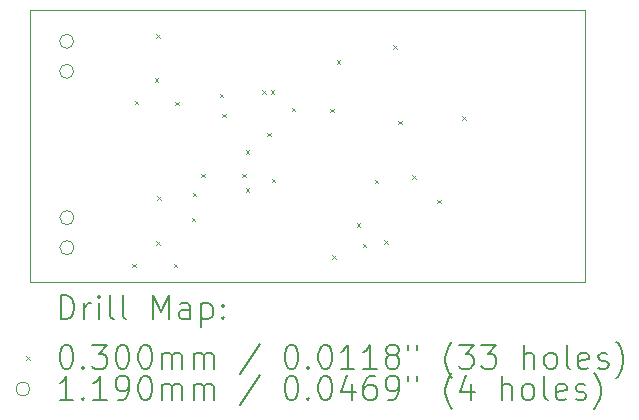
<source format=gbr>
%TF.GenerationSoftware,KiCad,Pcbnew,8.0.6*%
%TF.CreationDate,2025-02-16T10:37:55+01:00*%
%TF.ProjectId,USBTempLogger,55534254-656d-4704-9c6f-676765722e6b,rev?*%
%TF.SameCoordinates,Original*%
%TF.FileFunction,Drillmap*%
%TF.FilePolarity,Positive*%
%FSLAX45Y45*%
G04 Gerber Fmt 4.5, Leading zero omitted, Abs format (unit mm)*
G04 Created by KiCad (PCBNEW 8.0.6) date 2025-02-16 10:37:55*
%MOMM*%
%LPD*%
G01*
G04 APERTURE LIST*
%ADD10C,0.050000*%
%ADD11C,0.200000*%
%ADD12C,0.100000*%
%ADD13C,0.119000*%
G04 APERTURE END LIST*
D10*
X13700000Y-8500000D02*
X18400000Y-8500000D01*
X18400000Y-10800000D01*
X13700000Y-10800000D01*
X13700000Y-8500000D01*
D11*
D12*
X14565000Y-10645000D02*
X14595000Y-10675000D01*
X14595000Y-10645000D02*
X14565000Y-10675000D01*
X14585000Y-9265000D02*
X14615000Y-9295000D01*
X14615000Y-9265000D02*
X14585000Y-9295000D01*
X14755000Y-9075000D02*
X14785000Y-9105000D01*
X14785000Y-9075000D02*
X14755000Y-9105000D01*
X14765000Y-8705000D02*
X14795000Y-8735000D01*
X14795000Y-8705000D02*
X14765000Y-8735000D01*
X14765000Y-10455000D02*
X14795000Y-10485000D01*
X14795000Y-10455000D02*
X14765000Y-10485000D01*
X14775000Y-10075000D02*
X14805000Y-10105000D01*
X14805000Y-10075000D02*
X14775000Y-10105000D01*
X14915000Y-10645000D02*
X14945000Y-10675000D01*
X14945000Y-10645000D02*
X14915000Y-10675000D01*
X14925000Y-9275000D02*
X14955000Y-9305000D01*
X14955000Y-9275000D02*
X14925000Y-9305000D01*
X15065000Y-10255000D02*
X15095000Y-10285000D01*
X15095000Y-10255000D02*
X15065000Y-10285000D01*
X15074050Y-10045000D02*
X15104050Y-10075000D01*
X15104050Y-10045000D02*
X15074050Y-10075000D01*
X15145000Y-9885000D02*
X15175000Y-9915000D01*
X15175000Y-9885000D02*
X15145000Y-9915000D01*
X15305000Y-9205000D02*
X15335000Y-9235000D01*
X15335000Y-9205000D02*
X15305000Y-9235000D01*
X15325000Y-9375000D02*
X15355000Y-9405000D01*
X15355000Y-9375000D02*
X15325000Y-9405000D01*
X15495000Y-9885000D02*
X15525000Y-9915000D01*
X15525000Y-9885000D02*
X15495000Y-9915000D01*
X15525000Y-9685000D02*
X15555000Y-9715000D01*
X15555000Y-9685000D02*
X15525000Y-9715000D01*
X15525000Y-10005000D02*
X15555000Y-10035000D01*
X15555000Y-10005000D02*
X15525000Y-10035000D01*
X15665000Y-9175000D02*
X15695000Y-9205000D01*
X15695000Y-9175000D02*
X15665000Y-9205000D01*
X15705000Y-9535000D02*
X15735000Y-9565000D01*
X15735000Y-9535000D02*
X15705000Y-9565000D01*
X15735000Y-9175000D02*
X15765000Y-9205000D01*
X15765000Y-9175000D02*
X15735000Y-9205000D01*
X15745000Y-9925000D02*
X15775000Y-9955000D01*
X15775000Y-9925000D02*
X15745000Y-9955000D01*
X15915000Y-9325000D02*
X15945000Y-9355000D01*
X15945000Y-9325000D02*
X15915000Y-9355000D01*
X16238650Y-9335260D02*
X16268650Y-9365260D01*
X16268650Y-9335260D02*
X16238650Y-9365260D01*
X16255000Y-10575000D02*
X16285000Y-10605000D01*
X16285000Y-10575000D02*
X16255000Y-10605000D01*
X16295000Y-8925000D02*
X16325000Y-8955000D01*
X16325000Y-8925000D02*
X16295000Y-8955000D01*
X16465000Y-10305000D02*
X16495000Y-10335000D01*
X16495000Y-10305000D02*
X16465000Y-10335000D01*
X16515000Y-10475000D02*
X16545000Y-10505000D01*
X16545000Y-10475000D02*
X16515000Y-10505000D01*
X16615000Y-9935000D02*
X16645000Y-9965000D01*
X16645000Y-9935000D02*
X16615000Y-9965000D01*
X16695000Y-10445000D02*
X16725000Y-10475000D01*
X16725000Y-10445000D02*
X16695000Y-10475000D01*
X16775000Y-8795000D02*
X16805000Y-8825000D01*
X16805000Y-8795000D02*
X16775000Y-8825000D01*
X16815749Y-9434566D02*
X16845749Y-9464566D01*
X16845749Y-9434566D02*
X16815749Y-9464566D01*
X16935000Y-9895000D02*
X16965000Y-9925000D01*
X16965000Y-9895000D02*
X16935000Y-9925000D01*
X17145000Y-10105000D02*
X17175000Y-10135000D01*
X17175000Y-10105000D02*
X17145000Y-10135000D01*
X17355000Y-9395000D02*
X17385000Y-9425000D01*
X17385000Y-9395000D02*
X17355000Y-9425000D01*
D13*
X14067500Y-8763000D02*
G75*
G02*
X13948500Y-8763000I-59500J0D01*
G01*
X13948500Y-8763000D02*
G75*
G02*
X14067500Y-8763000I59500J0D01*
G01*
X14067500Y-9017000D02*
G75*
G02*
X13948500Y-9017000I-59500J0D01*
G01*
X13948500Y-9017000D02*
G75*
G02*
X14067500Y-9017000I59500J0D01*
G01*
X14069500Y-10256000D02*
G75*
G02*
X13950500Y-10256000I-59500J0D01*
G01*
X13950500Y-10256000D02*
G75*
G02*
X14069500Y-10256000I59500J0D01*
G01*
X14069500Y-10510000D02*
G75*
G02*
X13950500Y-10510000I-59500J0D01*
G01*
X13950500Y-10510000D02*
G75*
G02*
X14069500Y-10510000I59500J0D01*
G01*
D11*
X13958277Y-11113984D02*
X13958277Y-10913984D01*
X13958277Y-10913984D02*
X14005896Y-10913984D01*
X14005896Y-10913984D02*
X14034467Y-10923508D01*
X14034467Y-10923508D02*
X14053515Y-10942555D01*
X14053515Y-10942555D02*
X14063039Y-10961603D01*
X14063039Y-10961603D02*
X14072562Y-10999698D01*
X14072562Y-10999698D02*
X14072562Y-11028270D01*
X14072562Y-11028270D02*
X14063039Y-11066365D01*
X14063039Y-11066365D02*
X14053515Y-11085412D01*
X14053515Y-11085412D02*
X14034467Y-11104460D01*
X14034467Y-11104460D02*
X14005896Y-11113984D01*
X14005896Y-11113984D02*
X13958277Y-11113984D01*
X14158277Y-11113984D02*
X14158277Y-10980650D01*
X14158277Y-11018746D02*
X14167801Y-10999698D01*
X14167801Y-10999698D02*
X14177324Y-10990174D01*
X14177324Y-10990174D02*
X14196372Y-10980650D01*
X14196372Y-10980650D02*
X14215420Y-10980650D01*
X14282086Y-11113984D02*
X14282086Y-10980650D01*
X14282086Y-10913984D02*
X14272562Y-10923508D01*
X14272562Y-10923508D02*
X14282086Y-10933031D01*
X14282086Y-10933031D02*
X14291610Y-10923508D01*
X14291610Y-10923508D02*
X14282086Y-10913984D01*
X14282086Y-10913984D02*
X14282086Y-10933031D01*
X14405896Y-11113984D02*
X14386848Y-11104460D01*
X14386848Y-11104460D02*
X14377324Y-11085412D01*
X14377324Y-11085412D02*
X14377324Y-10913984D01*
X14510658Y-11113984D02*
X14491610Y-11104460D01*
X14491610Y-11104460D02*
X14482086Y-11085412D01*
X14482086Y-11085412D02*
X14482086Y-10913984D01*
X14739229Y-11113984D02*
X14739229Y-10913984D01*
X14739229Y-10913984D02*
X14805896Y-11056841D01*
X14805896Y-11056841D02*
X14872562Y-10913984D01*
X14872562Y-10913984D02*
X14872562Y-11113984D01*
X15053515Y-11113984D02*
X15053515Y-11009222D01*
X15053515Y-11009222D02*
X15043991Y-10990174D01*
X15043991Y-10990174D02*
X15024943Y-10980650D01*
X15024943Y-10980650D02*
X14986848Y-10980650D01*
X14986848Y-10980650D02*
X14967801Y-10990174D01*
X15053515Y-11104460D02*
X15034467Y-11113984D01*
X15034467Y-11113984D02*
X14986848Y-11113984D01*
X14986848Y-11113984D02*
X14967801Y-11104460D01*
X14967801Y-11104460D02*
X14958277Y-11085412D01*
X14958277Y-11085412D02*
X14958277Y-11066365D01*
X14958277Y-11066365D02*
X14967801Y-11047317D01*
X14967801Y-11047317D02*
X14986848Y-11037793D01*
X14986848Y-11037793D02*
X15034467Y-11037793D01*
X15034467Y-11037793D02*
X15053515Y-11028270D01*
X15148753Y-10980650D02*
X15148753Y-11180650D01*
X15148753Y-10990174D02*
X15167801Y-10980650D01*
X15167801Y-10980650D02*
X15205896Y-10980650D01*
X15205896Y-10980650D02*
X15224943Y-10990174D01*
X15224943Y-10990174D02*
X15234467Y-10999698D01*
X15234467Y-10999698D02*
X15243991Y-11018746D01*
X15243991Y-11018746D02*
X15243991Y-11075889D01*
X15243991Y-11075889D02*
X15234467Y-11094936D01*
X15234467Y-11094936D02*
X15224943Y-11104460D01*
X15224943Y-11104460D02*
X15205896Y-11113984D01*
X15205896Y-11113984D02*
X15167801Y-11113984D01*
X15167801Y-11113984D02*
X15148753Y-11104460D01*
X15329705Y-11094936D02*
X15339229Y-11104460D01*
X15339229Y-11104460D02*
X15329705Y-11113984D01*
X15329705Y-11113984D02*
X15320182Y-11104460D01*
X15320182Y-11104460D02*
X15329705Y-11094936D01*
X15329705Y-11094936D02*
X15329705Y-11113984D01*
X15329705Y-10990174D02*
X15339229Y-10999698D01*
X15339229Y-10999698D02*
X15329705Y-11009222D01*
X15329705Y-11009222D02*
X15320182Y-10999698D01*
X15320182Y-10999698D02*
X15329705Y-10990174D01*
X15329705Y-10990174D02*
X15329705Y-11009222D01*
D12*
X13667500Y-11427500D02*
X13697500Y-11457500D01*
X13697500Y-11427500D02*
X13667500Y-11457500D01*
D11*
X13996372Y-11333984D02*
X14015420Y-11333984D01*
X14015420Y-11333984D02*
X14034467Y-11343508D01*
X14034467Y-11343508D02*
X14043991Y-11353031D01*
X14043991Y-11353031D02*
X14053515Y-11372079D01*
X14053515Y-11372079D02*
X14063039Y-11410174D01*
X14063039Y-11410174D02*
X14063039Y-11457793D01*
X14063039Y-11457793D02*
X14053515Y-11495888D01*
X14053515Y-11495888D02*
X14043991Y-11514936D01*
X14043991Y-11514936D02*
X14034467Y-11524460D01*
X14034467Y-11524460D02*
X14015420Y-11533984D01*
X14015420Y-11533984D02*
X13996372Y-11533984D01*
X13996372Y-11533984D02*
X13977324Y-11524460D01*
X13977324Y-11524460D02*
X13967801Y-11514936D01*
X13967801Y-11514936D02*
X13958277Y-11495888D01*
X13958277Y-11495888D02*
X13948753Y-11457793D01*
X13948753Y-11457793D02*
X13948753Y-11410174D01*
X13948753Y-11410174D02*
X13958277Y-11372079D01*
X13958277Y-11372079D02*
X13967801Y-11353031D01*
X13967801Y-11353031D02*
X13977324Y-11343508D01*
X13977324Y-11343508D02*
X13996372Y-11333984D01*
X14148753Y-11514936D02*
X14158277Y-11524460D01*
X14158277Y-11524460D02*
X14148753Y-11533984D01*
X14148753Y-11533984D02*
X14139229Y-11524460D01*
X14139229Y-11524460D02*
X14148753Y-11514936D01*
X14148753Y-11514936D02*
X14148753Y-11533984D01*
X14224943Y-11333984D02*
X14348753Y-11333984D01*
X14348753Y-11333984D02*
X14282086Y-11410174D01*
X14282086Y-11410174D02*
X14310658Y-11410174D01*
X14310658Y-11410174D02*
X14329705Y-11419698D01*
X14329705Y-11419698D02*
X14339229Y-11429222D01*
X14339229Y-11429222D02*
X14348753Y-11448269D01*
X14348753Y-11448269D02*
X14348753Y-11495888D01*
X14348753Y-11495888D02*
X14339229Y-11514936D01*
X14339229Y-11514936D02*
X14329705Y-11524460D01*
X14329705Y-11524460D02*
X14310658Y-11533984D01*
X14310658Y-11533984D02*
X14253515Y-11533984D01*
X14253515Y-11533984D02*
X14234467Y-11524460D01*
X14234467Y-11524460D02*
X14224943Y-11514936D01*
X14472562Y-11333984D02*
X14491610Y-11333984D01*
X14491610Y-11333984D02*
X14510658Y-11343508D01*
X14510658Y-11343508D02*
X14520182Y-11353031D01*
X14520182Y-11353031D02*
X14529705Y-11372079D01*
X14529705Y-11372079D02*
X14539229Y-11410174D01*
X14539229Y-11410174D02*
X14539229Y-11457793D01*
X14539229Y-11457793D02*
X14529705Y-11495888D01*
X14529705Y-11495888D02*
X14520182Y-11514936D01*
X14520182Y-11514936D02*
X14510658Y-11524460D01*
X14510658Y-11524460D02*
X14491610Y-11533984D01*
X14491610Y-11533984D02*
X14472562Y-11533984D01*
X14472562Y-11533984D02*
X14453515Y-11524460D01*
X14453515Y-11524460D02*
X14443991Y-11514936D01*
X14443991Y-11514936D02*
X14434467Y-11495888D01*
X14434467Y-11495888D02*
X14424943Y-11457793D01*
X14424943Y-11457793D02*
X14424943Y-11410174D01*
X14424943Y-11410174D02*
X14434467Y-11372079D01*
X14434467Y-11372079D02*
X14443991Y-11353031D01*
X14443991Y-11353031D02*
X14453515Y-11343508D01*
X14453515Y-11343508D02*
X14472562Y-11333984D01*
X14663039Y-11333984D02*
X14682086Y-11333984D01*
X14682086Y-11333984D02*
X14701134Y-11343508D01*
X14701134Y-11343508D02*
X14710658Y-11353031D01*
X14710658Y-11353031D02*
X14720182Y-11372079D01*
X14720182Y-11372079D02*
X14729705Y-11410174D01*
X14729705Y-11410174D02*
X14729705Y-11457793D01*
X14729705Y-11457793D02*
X14720182Y-11495888D01*
X14720182Y-11495888D02*
X14710658Y-11514936D01*
X14710658Y-11514936D02*
X14701134Y-11524460D01*
X14701134Y-11524460D02*
X14682086Y-11533984D01*
X14682086Y-11533984D02*
X14663039Y-11533984D01*
X14663039Y-11533984D02*
X14643991Y-11524460D01*
X14643991Y-11524460D02*
X14634467Y-11514936D01*
X14634467Y-11514936D02*
X14624943Y-11495888D01*
X14624943Y-11495888D02*
X14615420Y-11457793D01*
X14615420Y-11457793D02*
X14615420Y-11410174D01*
X14615420Y-11410174D02*
X14624943Y-11372079D01*
X14624943Y-11372079D02*
X14634467Y-11353031D01*
X14634467Y-11353031D02*
X14643991Y-11343508D01*
X14643991Y-11343508D02*
X14663039Y-11333984D01*
X14815420Y-11533984D02*
X14815420Y-11400650D01*
X14815420Y-11419698D02*
X14824943Y-11410174D01*
X14824943Y-11410174D02*
X14843991Y-11400650D01*
X14843991Y-11400650D02*
X14872563Y-11400650D01*
X14872563Y-11400650D02*
X14891610Y-11410174D01*
X14891610Y-11410174D02*
X14901134Y-11429222D01*
X14901134Y-11429222D02*
X14901134Y-11533984D01*
X14901134Y-11429222D02*
X14910658Y-11410174D01*
X14910658Y-11410174D02*
X14929705Y-11400650D01*
X14929705Y-11400650D02*
X14958277Y-11400650D01*
X14958277Y-11400650D02*
X14977324Y-11410174D01*
X14977324Y-11410174D02*
X14986848Y-11429222D01*
X14986848Y-11429222D02*
X14986848Y-11533984D01*
X15082086Y-11533984D02*
X15082086Y-11400650D01*
X15082086Y-11419698D02*
X15091610Y-11410174D01*
X15091610Y-11410174D02*
X15110658Y-11400650D01*
X15110658Y-11400650D02*
X15139229Y-11400650D01*
X15139229Y-11400650D02*
X15158277Y-11410174D01*
X15158277Y-11410174D02*
X15167801Y-11429222D01*
X15167801Y-11429222D02*
X15167801Y-11533984D01*
X15167801Y-11429222D02*
X15177324Y-11410174D01*
X15177324Y-11410174D02*
X15196372Y-11400650D01*
X15196372Y-11400650D02*
X15224943Y-11400650D01*
X15224943Y-11400650D02*
X15243991Y-11410174D01*
X15243991Y-11410174D02*
X15253515Y-11429222D01*
X15253515Y-11429222D02*
X15253515Y-11533984D01*
X15643991Y-11324460D02*
X15472563Y-11581603D01*
X15901134Y-11333984D02*
X15920182Y-11333984D01*
X15920182Y-11333984D02*
X15939229Y-11343508D01*
X15939229Y-11343508D02*
X15948753Y-11353031D01*
X15948753Y-11353031D02*
X15958277Y-11372079D01*
X15958277Y-11372079D02*
X15967801Y-11410174D01*
X15967801Y-11410174D02*
X15967801Y-11457793D01*
X15967801Y-11457793D02*
X15958277Y-11495888D01*
X15958277Y-11495888D02*
X15948753Y-11514936D01*
X15948753Y-11514936D02*
X15939229Y-11524460D01*
X15939229Y-11524460D02*
X15920182Y-11533984D01*
X15920182Y-11533984D02*
X15901134Y-11533984D01*
X15901134Y-11533984D02*
X15882086Y-11524460D01*
X15882086Y-11524460D02*
X15872563Y-11514936D01*
X15872563Y-11514936D02*
X15863039Y-11495888D01*
X15863039Y-11495888D02*
X15853515Y-11457793D01*
X15853515Y-11457793D02*
X15853515Y-11410174D01*
X15853515Y-11410174D02*
X15863039Y-11372079D01*
X15863039Y-11372079D02*
X15872563Y-11353031D01*
X15872563Y-11353031D02*
X15882086Y-11343508D01*
X15882086Y-11343508D02*
X15901134Y-11333984D01*
X16053515Y-11514936D02*
X16063039Y-11524460D01*
X16063039Y-11524460D02*
X16053515Y-11533984D01*
X16053515Y-11533984D02*
X16043991Y-11524460D01*
X16043991Y-11524460D02*
X16053515Y-11514936D01*
X16053515Y-11514936D02*
X16053515Y-11533984D01*
X16186848Y-11333984D02*
X16205896Y-11333984D01*
X16205896Y-11333984D02*
X16224944Y-11343508D01*
X16224944Y-11343508D02*
X16234467Y-11353031D01*
X16234467Y-11353031D02*
X16243991Y-11372079D01*
X16243991Y-11372079D02*
X16253515Y-11410174D01*
X16253515Y-11410174D02*
X16253515Y-11457793D01*
X16253515Y-11457793D02*
X16243991Y-11495888D01*
X16243991Y-11495888D02*
X16234467Y-11514936D01*
X16234467Y-11514936D02*
X16224944Y-11524460D01*
X16224944Y-11524460D02*
X16205896Y-11533984D01*
X16205896Y-11533984D02*
X16186848Y-11533984D01*
X16186848Y-11533984D02*
X16167801Y-11524460D01*
X16167801Y-11524460D02*
X16158277Y-11514936D01*
X16158277Y-11514936D02*
X16148753Y-11495888D01*
X16148753Y-11495888D02*
X16139229Y-11457793D01*
X16139229Y-11457793D02*
X16139229Y-11410174D01*
X16139229Y-11410174D02*
X16148753Y-11372079D01*
X16148753Y-11372079D02*
X16158277Y-11353031D01*
X16158277Y-11353031D02*
X16167801Y-11343508D01*
X16167801Y-11343508D02*
X16186848Y-11333984D01*
X16443991Y-11533984D02*
X16329706Y-11533984D01*
X16386848Y-11533984D02*
X16386848Y-11333984D01*
X16386848Y-11333984D02*
X16367801Y-11362555D01*
X16367801Y-11362555D02*
X16348753Y-11381603D01*
X16348753Y-11381603D02*
X16329706Y-11391127D01*
X16634467Y-11533984D02*
X16520182Y-11533984D01*
X16577325Y-11533984D02*
X16577325Y-11333984D01*
X16577325Y-11333984D02*
X16558277Y-11362555D01*
X16558277Y-11362555D02*
X16539229Y-11381603D01*
X16539229Y-11381603D02*
X16520182Y-11391127D01*
X16748753Y-11419698D02*
X16729706Y-11410174D01*
X16729706Y-11410174D02*
X16720182Y-11400650D01*
X16720182Y-11400650D02*
X16710658Y-11381603D01*
X16710658Y-11381603D02*
X16710658Y-11372079D01*
X16710658Y-11372079D02*
X16720182Y-11353031D01*
X16720182Y-11353031D02*
X16729706Y-11343508D01*
X16729706Y-11343508D02*
X16748753Y-11333984D01*
X16748753Y-11333984D02*
X16786849Y-11333984D01*
X16786849Y-11333984D02*
X16805896Y-11343508D01*
X16805896Y-11343508D02*
X16815420Y-11353031D01*
X16815420Y-11353031D02*
X16824944Y-11372079D01*
X16824944Y-11372079D02*
X16824944Y-11381603D01*
X16824944Y-11381603D02*
X16815420Y-11400650D01*
X16815420Y-11400650D02*
X16805896Y-11410174D01*
X16805896Y-11410174D02*
X16786849Y-11419698D01*
X16786849Y-11419698D02*
X16748753Y-11419698D01*
X16748753Y-11419698D02*
X16729706Y-11429222D01*
X16729706Y-11429222D02*
X16720182Y-11438746D01*
X16720182Y-11438746D02*
X16710658Y-11457793D01*
X16710658Y-11457793D02*
X16710658Y-11495888D01*
X16710658Y-11495888D02*
X16720182Y-11514936D01*
X16720182Y-11514936D02*
X16729706Y-11524460D01*
X16729706Y-11524460D02*
X16748753Y-11533984D01*
X16748753Y-11533984D02*
X16786849Y-11533984D01*
X16786849Y-11533984D02*
X16805896Y-11524460D01*
X16805896Y-11524460D02*
X16815420Y-11514936D01*
X16815420Y-11514936D02*
X16824944Y-11495888D01*
X16824944Y-11495888D02*
X16824944Y-11457793D01*
X16824944Y-11457793D02*
X16815420Y-11438746D01*
X16815420Y-11438746D02*
X16805896Y-11429222D01*
X16805896Y-11429222D02*
X16786849Y-11419698D01*
X16901134Y-11333984D02*
X16901134Y-11372079D01*
X16977325Y-11333984D02*
X16977325Y-11372079D01*
X17272563Y-11610174D02*
X17263039Y-11600650D01*
X17263039Y-11600650D02*
X17243991Y-11572079D01*
X17243991Y-11572079D02*
X17234468Y-11553031D01*
X17234468Y-11553031D02*
X17224944Y-11524460D01*
X17224944Y-11524460D02*
X17215420Y-11476841D01*
X17215420Y-11476841D02*
X17215420Y-11438746D01*
X17215420Y-11438746D02*
X17224944Y-11391127D01*
X17224944Y-11391127D02*
X17234468Y-11362555D01*
X17234468Y-11362555D02*
X17243991Y-11343508D01*
X17243991Y-11343508D02*
X17263039Y-11314936D01*
X17263039Y-11314936D02*
X17272563Y-11305412D01*
X17329706Y-11333984D02*
X17453515Y-11333984D01*
X17453515Y-11333984D02*
X17386849Y-11410174D01*
X17386849Y-11410174D02*
X17415420Y-11410174D01*
X17415420Y-11410174D02*
X17434468Y-11419698D01*
X17434468Y-11419698D02*
X17443991Y-11429222D01*
X17443991Y-11429222D02*
X17453515Y-11448269D01*
X17453515Y-11448269D02*
X17453515Y-11495888D01*
X17453515Y-11495888D02*
X17443991Y-11514936D01*
X17443991Y-11514936D02*
X17434468Y-11524460D01*
X17434468Y-11524460D02*
X17415420Y-11533984D01*
X17415420Y-11533984D02*
X17358277Y-11533984D01*
X17358277Y-11533984D02*
X17339230Y-11524460D01*
X17339230Y-11524460D02*
X17329706Y-11514936D01*
X17520182Y-11333984D02*
X17643991Y-11333984D01*
X17643991Y-11333984D02*
X17577325Y-11410174D01*
X17577325Y-11410174D02*
X17605896Y-11410174D01*
X17605896Y-11410174D02*
X17624944Y-11419698D01*
X17624944Y-11419698D02*
X17634468Y-11429222D01*
X17634468Y-11429222D02*
X17643991Y-11448269D01*
X17643991Y-11448269D02*
X17643991Y-11495888D01*
X17643991Y-11495888D02*
X17634468Y-11514936D01*
X17634468Y-11514936D02*
X17624944Y-11524460D01*
X17624944Y-11524460D02*
X17605896Y-11533984D01*
X17605896Y-11533984D02*
X17548753Y-11533984D01*
X17548753Y-11533984D02*
X17529706Y-11524460D01*
X17529706Y-11524460D02*
X17520182Y-11514936D01*
X17882087Y-11533984D02*
X17882087Y-11333984D01*
X17967801Y-11533984D02*
X17967801Y-11429222D01*
X17967801Y-11429222D02*
X17958277Y-11410174D01*
X17958277Y-11410174D02*
X17939230Y-11400650D01*
X17939230Y-11400650D02*
X17910658Y-11400650D01*
X17910658Y-11400650D02*
X17891611Y-11410174D01*
X17891611Y-11410174D02*
X17882087Y-11419698D01*
X18091611Y-11533984D02*
X18072563Y-11524460D01*
X18072563Y-11524460D02*
X18063039Y-11514936D01*
X18063039Y-11514936D02*
X18053515Y-11495888D01*
X18053515Y-11495888D02*
X18053515Y-11438746D01*
X18053515Y-11438746D02*
X18063039Y-11419698D01*
X18063039Y-11419698D02*
X18072563Y-11410174D01*
X18072563Y-11410174D02*
X18091611Y-11400650D01*
X18091611Y-11400650D02*
X18120182Y-11400650D01*
X18120182Y-11400650D02*
X18139230Y-11410174D01*
X18139230Y-11410174D02*
X18148753Y-11419698D01*
X18148753Y-11419698D02*
X18158277Y-11438746D01*
X18158277Y-11438746D02*
X18158277Y-11495888D01*
X18158277Y-11495888D02*
X18148753Y-11514936D01*
X18148753Y-11514936D02*
X18139230Y-11524460D01*
X18139230Y-11524460D02*
X18120182Y-11533984D01*
X18120182Y-11533984D02*
X18091611Y-11533984D01*
X18272563Y-11533984D02*
X18253515Y-11524460D01*
X18253515Y-11524460D02*
X18243992Y-11505412D01*
X18243992Y-11505412D02*
X18243992Y-11333984D01*
X18424944Y-11524460D02*
X18405896Y-11533984D01*
X18405896Y-11533984D02*
X18367801Y-11533984D01*
X18367801Y-11533984D02*
X18348753Y-11524460D01*
X18348753Y-11524460D02*
X18339230Y-11505412D01*
X18339230Y-11505412D02*
X18339230Y-11429222D01*
X18339230Y-11429222D02*
X18348753Y-11410174D01*
X18348753Y-11410174D02*
X18367801Y-11400650D01*
X18367801Y-11400650D02*
X18405896Y-11400650D01*
X18405896Y-11400650D02*
X18424944Y-11410174D01*
X18424944Y-11410174D02*
X18434468Y-11429222D01*
X18434468Y-11429222D02*
X18434468Y-11448269D01*
X18434468Y-11448269D02*
X18339230Y-11467317D01*
X18510658Y-11524460D02*
X18529706Y-11533984D01*
X18529706Y-11533984D02*
X18567801Y-11533984D01*
X18567801Y-11533984D02*
X18586849Y-11524460D01*
X18586849Y-11524460D02*
X18596373Y-11505412D01*
X18596373Y-11505412D02*
X18596373Y-11495888D01*
X18596373Y-11495888D02*
X18586849Y-11476841D01*
X18586849Y-11476841D02*
X18567801Y-11467317D01*
X18567801Y-11467317D02*
X18539230Y-11467317D01*
X18539230Y-11467317D02*
X18520182Y-11457793D01*
X18520182Y-11457793D02*
X18510658Y-11438746D01*
X18510658Y-11438746D02*
X18510658Y-11429222D01*
X18510658Y-11429222D02*
X18520182Y-11410174D01*
X18520182Y-11410174D02*
X18539230Y-11400650D01*
X18539230Y-11400650D02*
X18567801Y-11400650D01*
X18567801Y-11400650D02*
X18586849Y-11410174D01*
X18663039Y-11610174D02*
X18672563Y-11600650D01*
X18672563Y-11600650D02*
X18691611Y-11572079D01*
X18691611Y-11572079D02*
X18701134Y-11553031D01*
X18701134Y-11553031D02*
X18710658Y-11524460D01*
X18710658Y-11524460D02*
X18720182Y-11476841D01*
X18720182Y-11476841D02*
X18720182Y-11438746D01*
X18720182Y-11438746D02*
X18710658Y-11391127D01*
X18710658Y-11391127D02*
X18701134Y-11362555D01*
X18701134Y-11362555D02*
X18691611Y-11343508D01*
X18691611Y-11343508D02*
X18672563Y-11314936D01*
X18672563Y-11314936D02*
X18663039Y-11305412D01*
D13*
X13697500Y-11706500D02*
G75*
G02*
X13578500Y-11706500I-59500J0D01*
G01*
X13578500Y-11706500D02*
G75*
G02*
X13697500Y-11706500I59500J0D01*
G01*
D11*
X14063039Y-11797984D02*
X13948753Y-11797984D01*
X14005896Y-11797984D02*
X14005896Y-11597984D01*
X14005896Y-11597984D02*
X13986848Y-11626555D01*
X13986848Y-11626555D02*
X13967801Y-11645603D01*
X13967801Y-11645603D02*
X13948753Y-11655127D01*
X14148753Y-11778936D02*
X14158277Y-11788460D01*
X14158277Y-11788460D02*
X14148753Y-11797984D01*
X14148753Y-11797984D02*
X14139229Y-11788460D01*
X14139229Y-11788460D02*
X14148753Y-11778936D01*
X14148753Y-11778936D02*
X14148753Y-11797984D01*
X14348753Y-11797984D02*
X14234467Y-11797984D01*
X14291610Y-11797984D02*
X14291610Y-11597984D01*
X14291610Y-11597984D02*
X14272562Y-11626555D01*
X14272562Y-11626555D02*
X14253515Y-11645603D01*
X14253515Y-11645603D02*
X14234467Y-11655127D01*
X14443991Y-11797984D02*
X14482086Y-11797984D01*
X14482086Y-11797984D02*
X14501134Y-11788460D01*
X14501134Y-11788460D02*
X14510658Y-11778936D01*
X14510658Y-11778936D02*
X14529705Y-11750365D01*
X14529705Y-11750365D02*
X14539229Y-11712269D01*
X14539229Y-11712269D02*
X14539229Y-11636079D01*
X14539229Y-11636079D02*
X14529705Y-11617031D01*
X14529705Y-11617031D02*
X14520182Y-11607508D01*
X14520182Y-11607508D02*
X14501134Y-11597984D01*
X14501134Y-11597984D02*
X14463039Y-11597984D01*
X14463039Y-11597984D02*
X14443991Y-11607508D01*
X14443991Y-11607508D02*
X14434467Y-11617031D01*
X14434467Y-11617031D02*
X14424943Y-11636079D01*
X14424943Y-11636079D02*
X14424943Y-11683698D01*
X14424943Y-11683698D02*
X14434467Y-11702746D01*
X14434467Y-11702746D02*
X14443991Y-11712269D01*
X14443991Y-11712269D02*
X14463039Y-11721793D01*
X14463039Y-11721793D02*
X14501134Y-11721793D01*
X14501134Y-11721793D02*
X14520182Y-11712269D01*
X14520182Y-11712269D02*
X14529705Y-11702746D01*
X14529705Y-11702746D02*
X14539229Y-11683698D01*
X14663039Y-11597984D02*
X14682086Y-11597984D01*
X14682086Y-11597984D02*
X14701134Y-11607508D01*
X14701134Y-11607508D02*
X14710658Y-11617031D01*
X14710658Y-11617031D02*
X14720182Y-11636079D01*
X14720182Y-11636079D02*
X14729705Y-11674174D01*
X14729705Y-11674174D02*
X14729705Y-11721793D01*
X14729705Y-11721793D02*
X14720182Y-11759888D01*
X14720182Y-11759888D02*
X14710658Y-11778936D01*
X14710658Y-11778936D02*
X14701134Y-11788460D01*
X14701134Y-11788460D02*
X14682086Y-11797984D01*
X14682086Y-11797984D02*
X14663039Y-11797984D01*
X14663039Y-11797984D02*
X14643991Y-11788460D01*
X14643991Y-11788460D02*
X14634467Y-11778936D01*
X14634467Y-11778936D02*
X14624943Y-11759888D01*
X14624943Y-11759888D02*
X14615420Y-11721793D01*
X14615420Y-11721793D02*
X14615420Y-11674174D01*
X14615420Y-11674174D02*
X14624943Y-11636079D01*
X14624943Y-11636079D02*
X14634467Y-11617031D01*
X14634467Y-11617031D02*
X14643991Y-11607508D01*
X14643991Y-11607508D02*
X14663039Y-11597984D01*
X14815420Y-11797984D02*
X14815420Y-11664650D01*
X14815420Y-11683698D02*
X14824943Y-11674174D01*
X14824943Y-11674174D02*
X14843991Y-11664650D01*
X14843991Y-11664650D02*
X14872563Y-11664650D01*
X14872563Y-11664650D02*
X14891610Y-11674174D01*
X14891610Y-11674174D02*
X14901134Y-11693222D01*
X14901134Y-11693222D02*
X14901134Y-11797984D01*
X14901134Y-11693222D02*
X14910658Y-11674174D01*
X14910658Y-11674174D02*
X14929705Y-11664650D01*
X14929705Y-11664650D02*
X14958277Y-11664650D01*
X14958277Y-11664650D02*
X14977324Y-11674174D01*
X14977324Y-11674174D02*
X14986848Y-11693222D01*
X14986848Y-11693222D02*
X14986848Y-11797984D01*
X15082086Y-11797984D02*
X15082086Y-11664650D01*
X15082086Y-11683698D02*
X15091610Y-11674174D01*
X15091610Y-11674174D02*
X15110658Y-11664650D01*
X15110658Y-11664650D02*
X15139229Y-11664650D01*
X15139229Y-11664650D02*
X15158277Y-11674174D01*
X15158277Y-11674174D02*
X15167801Y-11693222D01*
X15167801Y-11693222D02*
X15167801Y-11797984D01*
X15167801Y-11693222D02*
X15177324Y-11674174D01*
X15177324Y-11674174D02*
X15196372Y-11664650D01*
X15196372Y-11664650D02*
X15224943Y-11664650D01*
X15224943Y-11664650D02*
X15243991Y-11674174D01*
X15243991Y-11674174D02*
X15253515Y-11693222D01*
X15253515Y-11693222D02*
X15253515Y-11797984D01*
X15643991Y-11588460D02*
X15472563Y-11845603D01*
X15901134Y-11597984D02*
X15920182Y-11597984D01*
X15920182Y-11597984D02*
X15939229Y-11607508D01*
X15939229Y-11607508D02*
X15948753Y-11617031D01*
X15948753Y-11617031D02*
X15958277Y-11636079D01*
X15958277Y-11636079D02*
X15967801Y-11674174D01*
X15967801Y-11674174D02*
X15967801Y-11721793D01*
X15967801Y-11721793D02*
X15958277Y-11759888D01*
X15958277Y-11759888D02*
X15948753Y-11778936D01*
X15948753Y-11778936D02*
X15939229Y-11788460D01*
X15939229Y-11788460D02*
X15920182Y-11797984D01*
X15920182Y-11797984D02*
X15901134Y-11797984D01*
X15901134Y-11797984D02*
X15882086Y-11788460D01*
X15882086Y-11788460D02*
X15872563Y-11778936D01*
X15872563Y-11778936D02*
X15863039Y-11759888D01*
X15863039Y-11759888D02*
X15853515Y-11721793D01*
X15853515Y-11721793D02*
X15853515Y-11674174D01*
X15853515Y-11674174D02*
X15863039Y-11636079D01*
X15863039Y-11636079D02*
X15872563Y-11617031D01*
X15872563Y-11617031D02*
X15882086Y-11607508D01*
X15882086Y-11607508D02*
X15901134Y-11597984D01*
X16053515Y-11778936D02*
X16063039Y-11788460D01*
X16063039Y-11788460D02*
X16053515Y-11797984D01*
X16053515Y-11797984D02*
X16043991Y-11788460D01*
X16043991Y-11788460D02*
X16053515Y-11778936D01*
X16053515Y-11778936D02*
X16053515Y-11797984D01*
X16186848Y-11597984D02*
X16205896Y-11597984D01*
X16205896Y-11597984D02*
X16224944Y-11607508D01*
X16224944Y-11607508D02*
X16234467Y-11617031D01*
X16234467Y-11617031D02*
X16243991Y-11636079D01*
X16243991Y-11636079D02*
X16253515Y-11674174D01*
X16253515Y-11674174D02*
X16253515Y-11721793D01*
X16253515Y-11721793D02*
X16243991Y-11759888D01*
X16243991Y-11759888D02*
X16234467Y-11778936D01*
X16234467Y-11778936D02*
X16224944Y-11788460D01*
X16224944Y-11788460D02*
X16205896Y-11797984D01*
X16205896Y-11797984D02*
X16186848Y-11797984D01*
X16186848Y-11797984D02*
X16167801Y-11788460D01*
X16167801Y-11788460D02*
X16158277Y-11778936D01*
X16158277Y-11778936D02*
X16148753Y-11759888D01*
X16148753Y-11759888D02*
X16139229Y-11721793D01*
X16139229Y-11721793D02*
X16139229Y-11674174D01*
X16139229Y-11674174D02*
X16148753Y-11636079D01*
X16148753Y-11636079D02*
X16158277Y-11617031D01*
X16158277Y-11617031D02*
X16167801Y-11607508D01*
X16167801Y-11607508D02*
X16186848Y-11597984D01*
X16424944Y-11664650D02*
X16424944Y-11797984D01*
X16377325Y-11588460D02*
X16329706Y-11731317D01*
X16329706Y-11731317D02*
X16453515Y-11731317D01*
X16615420Y-11597984D02*
X16577325Y-11597984D01*
X16577325Y-11597984D02*
X16558277Y-11607508D01*
X16558277Y-11607508D02*
X16548753Y-11617031D01*
X16548753Y-11617031D02*
X16529706Y-11645603D01*
X16529706Y-11645603D02*
X16520182Y-11683698D01*
X16520182Y-11683698D02*
X16520182Y-11759888D01*
X16520182Y-11759888D02*
X16529706Y-11778936D01*
X16529706Y-11778936D02*
X16539229Y-11788460D01*
X16539229Y-11788460D02*
X16558277Y-11797984D01*
X16558277Y-11797984D02*
X16596372Y-11797984D01*
X16596372Y-11797984D02*
X16615420Y-11788460D01*
X16615420Y-11788460D02*
X16624944Y-11778936D01*
X16624944Y-11778936D02*
X16634467Y-11759888D01*
X16634467Y-11759888D02*
X16634467Y-11712269D01*
X16634467Y-11712269D02*
X16624944Y-11693222D01*
X16624944Y-11693222D02*
X16615420Y-11683698D01*
X16615420Y-11683698D02*
X16596372Y-11674174D01*
X16596372Y-11674174D02*
X16558277Y-11674174D01*
X16558277Y-11674174D02*
X16539229Y-11683698D01*
X16539229Y-11683698D02*
X16529706Y-11693222D01*
X16529706Y-11693222D02*
X16520182Y-11712269D01*
X16729706Y-11797984D02*
X16767801Y-11797984D01*
X16767801Y-11797984D02*
X16786849Y-11788460D01*
X16786849Y-11788460D02*
X16796372Y-11778936D01*
X16796372Y-11778936D02*
X16815420Y-11750365D01*
X16815420Y-11750365D02*
X16824944Y-11712269D01*
X16824944Y-11712269D02*
X16824944Y-11636079D01*
X16824944Y-11636079D02*
X16815420Y-11617031D01*
X16815420Y-11617031D02*
X16805896Y-11607508D01*
X16805896Y-11607508D02*
X16786849Y-11597984D01*
X16786849Y-11597984D02*
X16748753Y-11597984D01*
X16748753Y-11597984D02*
X16729706Y-11607508D01*
X16729706Y-11607508D02*
X16720182Y-11617031D01*
X16720182Y-11617031D02*
X16710658Y-11636079D01*
X16710658Y-11636079D02*
X16710658Y-11683698D01*
X16710658Y-11683698D02*
X16720182Y-11702746D01*
X16720182Y-11702746D02*
X16729706Y-11712269D01*
X16729706Y-11712269D02*
X16748753Y-11721793D01*
X16748753Y-11721793D02*
X16786849Y-11721793D01*
X16786849Y-11721793D02*
X16805896Y-11712269D01*
X16805896Y-11712269D02*
X16815420Y-11702746D01*
X16815420Y-11702746D02*
X16824944Y-11683698D01*
X16901134Y-11597984D02*
X16901134Y-11636079D01*
X16977325Y-11597984D02*
X16977325Y-11636079D01*
X17272563Y-11874174D02*
X17263039Y-11864650D01*
X17263039Y-11864650D02*
X17243991Y-11836079D01*
X17243991Y-11836079D02*
X17234468Y-11817031D01*
X17234468Y-11817031D02*
X17224944Y-11788460D01*
X17224944Y-11788460D02*
X17215420Y-11740841D01*
X17215420Y-11740841D02*
X17215420Y-11702746D01*
X17215420Y-11702746D02*
X17224944Y-11655127D01*
X17224944Y-11655127D02*
X17234468Y-11626555D01*
X17234468Y-11626555D02*
X17243991Y-11607508D01*
X17243991Y-11607508D02*
X17263039Y-11578936D01*
X17263039Y-11578936D02*
X17272563Y-11569412D01*
X17434468Y-11664650D02*
X17434468Y-11797984D01*
X17386849Y-11588460D02*
X17339230Y-11731317D01*
X17339230Y-11731317D02*
X17463039Y-11731317D01*
X17691611Y-11797984D02*
X17691611Y-11597984D01*
X17777325Y-11797984D02*
X17777325Y-11693222D01*
X17777325Y-11693222D02*
X17767801Y-11674174D01*
X17767801Y-11674174D02*
X17748753Y-11664650D01*
X17748753Y-11664650D02*
X17720182Y-11664650D01*
X17720182Y-11664650D02*
X17701134Y-11674174D01*
X17701134Y-11674174D02*
X17691611Y-11683698D01*
X17901134Y-11797984D02*
X17882087Y-11788460D01*
X17882087Y-11788460D02*
X17872563Y-11778936D01*
X17872563Y-11778936D02*
X17863039Y-11759888D01*
X17863039Y-11759888D02*
X17863039Y-11702746D01*
X17863039Y-11702746D02*
X17872563Y-11683698D01*
X17872563Y-11683698D02*
X17882087Y-11674174D01*
X17882087Y-11674174D02*
X17901134Y-11664650D01*
X17901134Y-11664650D02*
X17929706Y-11664650D01*
X17929706Y-11664650D02*
X17948753Y-11674174D01*
X17948753Y-11674174D02*
X17958277Y-11683698D01*
X17958277Y-11683698D02*
X17967801Y-11702746D01*
X17967801Y-11702746D02*
X17967801Y-11759888D01*
X17967801Y-11759888D02*
X17958277Y-11778936D01*
X17958277Y-11778936D02*
X17948753Y-11788460D01*
X17948753Y-11788460D02*
X17929706Y-11797984D01*
X17929706Y-11797984D02*
X17901134Y-11797984D01*
X18082087Y-11797984D02*
X18063039Y-11788460D01*
X18063039Y-11788460D02*
X18053515Y-11769412D01*
X18053515Y-11769412D02*
X18053515Y-11597984D01*
X18234468Y-11788460D02*
X18215420Y-11797984D01*
X18215420Y-11797984D02*
X18177325Y-11797984D01*
X18177325Y-11797984D02*
X18158277Y-11788460D01*
X18158277Y-11788460D02*
X18148753Y-11769412D01*
X18148753Y-11769412D02*
X18148753Y-11693222D01*
X18148753Y-11693222D02*
X18158277Y-11674174D01*
X18158277Y-11674174D02*
X18177325Y-11664650D01*
X18177325Y-11664650D02*
X18215420Y-11664650D01*
X18215420Y-11664650D02*
X18234468Y-11674174D01*
X18234468Y-11674174D02*
X18243992Y-11693222D01*
X18243992Y-11693222D02*
X18243992Y-11712269D01*
X18243992Y-11712269D02*
X18148753Y-11731317D01*
X18320182Y-11788460D02*
X18339230Y-11797984D01*
X18339230Y-11797984D02*
X18377325Y-11797984D01*
X18377325Y-11797984D02*
X18396373Y-11788460D01*
X18396373Y-11788460D02*
X18405896Y-11769412D01*
X18405896Y-11769412D02*
X18405896Y-11759888D01*
X18405896Y-11759888D02*
X18396373Y-11740841D01*
X18396373Y-11740841D02*
X18377325Y-11731317D01*
X18377325Y-11731317D02*
X18348753Y-11731317D01*
X18348753Y-11731317D02*
X18329706Y-11721793D01*
X18329706Y-11721793D02*
X18320182Y-11702746D01*
X18320182Y-11702746D02*
X18320182Y-11693222D01*
X18320182Y-11693222D02*
X18329706Y-11674174D01*
X18329706Y-11674174D02*
X18348753Y-11664650D01*
X18348753Y-11664650D02*
X18377325Y-11664650D01*
X18377325Y-11664650D02*
X18396373Y-11674174D01*
X18472563Y-11874174D02*
X18482087Y-11864650D01*
X18482087Y-11864650D02*
X18501134Y-11836079D01*
X18501134Y-11836079D02*
X18510658Y-11817031D01*
X18510658Y-11817031D02*
X18520182Y-11788460D01*
X18520182Y-11788460D02*
X18529706Y-11740841D01*
X18529706Y-11740841D02*
X18529706Y-11702746D01*
X18529706Y-11702746D02*
X18520182Y-11655127D01*
X18520182Y-11655127D02*
X18510658Y-11626555D01*
X18510658Y-11626555D02*
X18501134Y-11607508D01*
X18501134Y-11607508D02*
X18482087Y-11578936D01*
X18482087Y-11578936D02*
X18472563Y-11569412D01*
M02*

</source>
